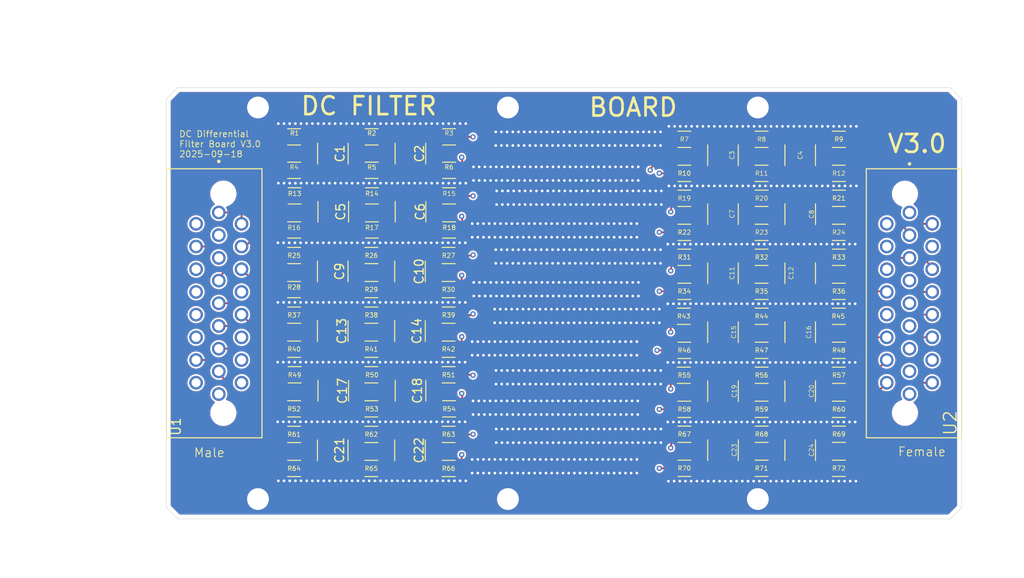
<source format=kicad_pcb>
(kicad_pcb
	(version 20241229)
	(generator "pcbnew")
	(generator_version "9.0")
	(general
		(thickness 1.6)
		(legacy_teardrops no)
	)
	(paper "A4")
	(layers
		(0 "F.Cu" signal)
		(4 "In1.Cu" signal)
		(6 "In2.Cu" signal)
		(2 "B.Cu" signal)
		(9 "F.Adhes" user "F.Adhesive")
		(11 "B.Adhes" user "B.Adhesive")
		(13 "F.Paste" user)
		(15 "B.Paste" user)
		(5 "F.SilkS" user "F.Silkscreen")
		(7 "B.SilkS" user "B.Silkscreen")
		(1 "F.Mask" user)
		(3 "B.Mask" user)
		(17 "Dwgs.User" user "User.Drawings")
		(19 "Cmts.User" user "User.Comments")
		(21 "Eco1.User" user "User.Eco1")
		(23 "Eco2.User" user "User.Eco2")
		(25 "Edge.Cuts" user)
		(27 "Margin" user)
		(31 "F.CrtYd" user "F.Courtyard")
		(29 "B.CrtYd" user "B.Courtyard")
		(35 "F.Fab" user)
		(33 "B.Fab" user)
		(39 "User.1" user)
		(41 "User.2" user)
		(43 "User.3" user)
		(45 "User.4" user)
	)
	(setup
		(stackup
			(layer "F.SilkS"
				(type "Top Silk Screen")
			)
			(layer "F.Paste"
				(type "Top Solder Paste")
			)
			(layer "F.Mask"
				(type "Top Solder Mask")
				(thickness 0.01)
			)
			(layer "F.Cu"
				(type "copper")
				(thickness 0.035)
			)
			(layer "dielectric 1"
				(type "prepreg")
				(thickness 0.1)
				(material "FR4")
				(epsilon_r 4.5)
				(loss_tangent 0.02)
			)
			(layer "In1.Cu"
				(type "copper")
				(thickness 0.035)
			)
			(layer "dielectric 2"
				(type "core")
				(thickness 1.24)
				(material "FR4")
				(epsilon_r 4.5)
				(loss_tangent 0.02)
			)
			(layer "In2.Cu"
				(type "copper")
				(thickness 0.035)
			)
			(layer "dielectric 3"
				(type "prepreg")
				(thickness 0.1)
				(material "FR4")
				(epsilon_r 4.5)
				(loss_tangent 0.02)
			)
			(layer "B.Cu"
				(type "copper")
				(thickness 0.035)
			)
			(layer "B.Mask"
				(type "Bottom Solder Mask")
				(thickness 0.01)
			)
			(layer "B.Paste"
				(type "Bottom Solder Paste")
			)
			(layer "B.SilkS"
				(type "Bottom Silk Screen")
			)
			(copper_finish "None")
			(dielectric_constraints no)
		)
		(pad_to_mask_clearance 0)
		(allow_soldermask_bridges_in_footprints no)
		(tenting front back)
		(pcbplotparams
			(layerselection 0x00000000_00000000_55555555_5755f5ff)
			(plot_on_all_layers_selection 0x00000000_00000000_00000000_00000000)
			(disableapertmacros no)
			(usegerberextensions no)
			(usegerberattributes yes)
			(usegerberadvancedattributes yes)
			(creategerberjobfile yes)
			(dashed_line_dash_ratio 12.000000)
			(dashed_line_gap_ratio 3.000000)
			(svgprecision 4)
			(plotframeref no)
			(mode 1)
			(useauxorigin no)
			(hpglpennumber 1)
			(hpglpenspeed 20)
			(hpglpendiameter 15.000000)
			(pdf_front_fp_property_popups yes)
			(pdf_back_fp_property_popups yes)
			(pdf_metadata yes)
			(pdf_single_document no)
			(dxfpolygonmode yes)
			(dxfimperialunits yes)
			(dxfusepcbnewfont yes)
			(psnegative no)
			(psa4output no)
			(plot_black_and_white yes)
			(sketchpadsonfab no)
			(plotpadnumbers no)
			(hidednponfab no)
			(sketchdnponfab yes)
			(crossoutdnponfab yes)
			(subtractmaskfromsilk no)
			(outputformat 1)
			(mirror no)
			(drillshape 1)
			(scaleselection 1)
			(outputdirectory "")
		)
	)
	(net 0 "")
	(net 1 "Net-(U1-PIN14)")
	(net 2 "Net-(C2-Pad1)")
	(net 3 "Net-(U2-PIN2)")
	(net 4 "Net-(U1-PIN15)")
	(net 5 "Net-(C4-Pad1)")
	(net 6 "Net-(U2-PIN3)")
	(net 7 "Net-(U1-PIN16)")
	(net 8 "Net-(C6-Pad1)")
	(net 9 "Net-(U2-PIN4)")
	(net 10 "Net-(U1-PIN17)")
	(net 11 "Net-(C8-Pad1)")
	(net 12 "Net-(C10-Pad1)")
	(net 13 "Net-(U1-PIN18)")
	(net 14 "Net-(U1-PIN19)")
	(net 15 "Net-(C12-Pad1)")
	(net 16 "Net-(U2-PIN5)")
	(net 17 "Net-(U2-PIN6)")
	(net 18 "Net-(U2-PIN7)")
	(net 19 "Net-(C14-Pad1)")
	(net 20 "Net-(U1-PIN20)")
	(net 21 "Net-(U1-PIN21)")
	(net 22 "Net-(C16-Pad1)")
	(net 23 "Net-(C18-Pad1)")
	(net 24 "Net-(U1-PIN22)")
	(net 25 "Net-(U2-PIN8)")
	(net 26 "Net-(U2-PIN9)")
	(net 27 "Net-(U2-PIN10)")
	(net 28 "Net-(C20-Pad1)")
	(net 29 "Net-(U1-PIN23)")
	(net 30 "Net-(U1-PIN24)")
	(net 31 "Net-(C22-Pad1)")
	(net 32 "Net-(C24-Pad1)")
	(net 33 "Net-(U1-PIN25)")
	(net 34 "Net-(U2-PIN11)")
	(net 35 "Net-(U2-PIN12)")
	(net 36 "Net-(U1-PIN2)")
	(net 37 "Net-(U1-PIN3)")
	(net 38 "Net-(U1-PIN4)")
	(net 39 "Net-(U1-PIN5)")
	(net 40 "Net-(U1-PIN7)")
	(net 41 "Net-(U1-PIN8)")
	(net 42 "Net-(U1-PIN9)")
	(net 43 "Net-(U1-PIN10)")
	(net 44 "Net-(U1-PIN11)")
	(net 45 "Net-(U1-PIN12)")
	(net 46 "Net-(U2-PIN1)")
	(net 47 "Net-(U1-PIN1)")
	(net 48 "unconnected-(U2-PIN13-Pad13)")
	(net 49 "Net-(U1-PIN6)")
	(net 50 "unconnected-(U1-PIN13-Pad13)")
	(net 51 "Net-(C11-Pad1)")
	(net 52 "Net-(C23-Pad1)")
	(net 53 "Net-(C21-Pad1)")
	(net 54 "Net-(C19-Pad1)")
	(net 55 "Net-(C17-Pad1)")
	(net 56 "Net-(C15-Pad1)")
	(net 57 "Net-(C13-Pad1)")
	(net 58 "Net-(C9-Pad1)")
	(net 59 "Net-(C5-Pad1)")
	(net 60 "Net-(C3-Pad1)")
	(net 61 "Net-(C1-Pad1)")
	(net 62 "Net-(C7-Pad1)")
	(net 63 "Net-(C24-Pad2)")
	(net 64 "Net-(U2-PIN25)")
	(net 65 "Net-(C23-Pad2)")
	(net 66 "Net-(U2-PIN24)")
	(net 67 "Net-(C22-Pad2)")
	(net 68 "Net-(C21-Pad2)")
	(net 69 "Net-(U2-PIN23)")
	(net 70 "Net-(C20-Pad2)")
	(net 71 "Net-(C19-Pad2)")
	(net 72 "Net-(U2-PIN22)")
	(net 73 "Net-(C18-Pad2)")
	(net 74 "Net-(C17-Pad2)")
	(net 75 "Net-(C1-Pad2)")
	(net 76 "Net-(C2-Pad2)")
	(net 77 "Net-(U2-PIN14)")
	(net 78 "Net-(C3-Pad2)")
	(net 79 "Net-(C4-Pad2)")
	(net 80 "Net-(U2-PIN15)")
	(net 81 "Net-(C5-Pad2)")
	(net 82 "Net-(C6-Pad2)")
	(net 83 "Net-(U2-PIN16)")
	(net 84 "Net-(C7-Pad2)")
	(net 85 "Net-(C8-Pad2)")
	(net 86 "Net-(U2-PIN17)")
	(net 87 "Net-(C9-Pad2)")
	(net 88 "Net-(C10-Pad2)")
	(net 89 "Net-(U2-PIN18)")
	(net 90 "Net-(C11-Pad2)")
	(net 91 "Net-(C12-Pad2)")
	(net 92 "Net-(U2-PIN19)")
	(net 93 "Net-(C13-Pad2)")
	(net 94 "Net-(C14-Pad2)")
	(net 95 "Net-(U2-PIN20)")
	(net 96 "Net-(C15-Pad2)")
	(net 97 "Net-(C16-Pad2)")
	(net 98 "Net-(U2-PIN21)")
	(net 99 "GND")
	(footprint "Capacitor_SMD:C_1812_4532Metric" (layer "F.Cu") (at 140.97 95.0104 -90))
	(footprint "Resistor_SMD:R_1206_3216Metric" (layer "F.Cu") (at 110.2975 112.9796))
	(footprint "Capacitor_SMD:C_1812_4532Metric" (layer "F.Cu") (at 106.027125 88.23 -90))
	(footprint "Resistor_SMD:R_1206_3216Metric" (layer "F.Cu") (at 93.0255 106.3072))
	(footprint "Resistor_SMD:R_1206_3216Metric" (layer "F.Cu") (at 153.924 93.2324 180))
	(footprint "Resistor_SMD:R_1206_3216Metric" (layer "F.Cu") (at 153.924 106.4332 180))
	(footprint "Resistor_SMD:R_1206_3216Metric" (layer "F.Cu") (at 153.924 103.6428))
	(footprint "Resistor_SMD:R_1206_3216Metric" (layer "F.Cu") (at 101.6615 119.652))
	(footprint "Resistor_SMD:R_1206_3216Metric" (layer "F.Cu") (at 145.288 113.0336 180))
	(footprint "Resistor_SMD:R_1206_3216Metric" (layer "F.Cu") (at 145.288 103.6428))
	(footprint "Resistor_SMD:R_1206_3216Metric" (layer "F.Cu") (at 110.361 86.36))
	(footprint "Resistor_SMD:R_1206_3216Metric" (layer "F.Cu") (at 145.288 123.444))
	(footprint "Resistor_SMD:R_1206_3216Metric" (layer "F.Cu") (at 136.5905 113.0336))
	(footprint "Resistor_SMD:R_1206_3216Metric" (layer "F.Cu") (at 145.288 93.2324 180))
	(footprint "Resistor_SMD:R_1206_3216Metric" (layer "F.Cu") (at 110.359 92.9624))
	(footprint "IMPORTED:BEL_DCCM25PCBR" (layer "F.Cu") (at 78.7654 104.978 90))
	(footprint "Resistor_SMD:R_1206_3216Metric" (layer "F.Cu") (at 93.0255 90.1))
	(footprint "Resistor_SMD:R_1206_3216Metric" (layer "F.Cu") (at 145.288 110.2432))
	(footprint "Resistor_SMD:R_1206_3216Metric" (layer "F.Cu") (at 93.0255 99.6348))
	(footprint "Capacitor_SMD:C_1812_4532Metric" (layer "F.Cu") (at 149.606 88.41 -90))
	(footprint "Resistor_SMD:R_1206_3216Metric" (layer "F.Cu") (at 136.652 86.632))
	(footprint "IMPORTED:BEL_M83513_13-D01NP" (layer "F.Cu") (at 167.6654 104.978 -90))
	(footprint "Resistor_SMD:R_1206_3216Metric" (layer "F.Cu") (at 136.652 97.0424))
	(footprint "Capacitor_SMD:C_1812_4532Metric" (layer "F.Cu") (at 149.606 121.412 -90))
	(footprint "Resistor_SMD:R_1206_3216Metric" (layer "F.Cu") (at 145.288 90.442))
	(footprint "Capacitor_SMD:C_1812_4532Metric" (layer "F.Cu") (at 149.606 95.0104 -90))
	(footprint "Resistor_SMD:R_1206_3216Metric" (layer "F.Cu") (at 110.361 90.1))
	(footprint "Resistor_SMD:R_1206_3216Metric" (layer "F.Cu") (at 136.652 103.6428))
	(footprint "Resistor_SMD:R_1206_3216Metric" (layer "F.Cu") (at 93.0255 103.4448))
	(footprint "Resistor_SMD:R_1206_3216Metric" (layer "F.Cu") (at 110.359 116.7896))
	(footprint "Resistor_SMD:R_1206_3216Metric" (layer "F.Cu") (at 93.0255 123.462))
	(footprint "Resistor_SMD:R_1206_3216Metric" (layer "F.Cu") (at 101.69325 90.1))
	(footprint "Resistor_SMD:R_1206_3216Metric" (layer "F.Cu") (at 153.924 97.0424))
	(footprint "Resistor_SMD:R_1206_3216Metric" (layer "F.Cu") (at 145.288 119.634 180))
	(footprint "Capacitor_SMD:C_1812_4532Metric" (layer "F.Cu") (at 106.041 114.7576 -90))
	(footprint "Resistor_SMD:R_1206_3216Metric" (layer "F.Cu") (at 110.2975 110.1172))
	(footprint "Capacitor_SMD:C_1812_4532Metric" (layer "F.Cu") (at 97.3435 108.0852 -90))
	(footprint "Resistor_SMD:R_1206_3216Metric" (layer "F.Cu") (at 110.2975 119.652))
	(footprint "Resistor_SMD:R_1206_3216Metric" (layer "F.Cu") (at 110.2975 103.4448))
	(footprint "Resistor_SMD:R_1206_3216Metric" (layer "F.Cu") (at 101.6615 116.7896))
	(footprint "Resistor_SMD:R_1206_3216Metric" (layer "F.Cu") (at 145.288 99.8328 180))
	(footprint "Capacitor_SMD:C_1812_4532Metric" (layer "F.Cu") (at 140.97 101.6108 -90))
	(footprint "Resistor_SMD:R_1206_3216Metric" (layer "F.Cu") (at 93.087 92.9624))
	(footprint "Resistor_SMD:R_1206_3216Metric"
		(layer "F.Cu")
		(uuid "6ffb9a79-6408-41b5-99e3-6051cf327173")
		(at 153.924 123.444)
		(descr "Resistor SMD 1206 (3216 Metric), square (rectangular) end terminal, IPC-7351 nominal, (Body size source: IPC-SM-782 page 72, https://www.pcb-3d.com/wordpress/wp-content/uploads/ipc-sm-782a_amendment_1_and_2.pdf), generated with kicad-footprint-generator")
		(tags "resistor")
		(property "Reference" "R72"
			(at 0 0 0)
			(layer "F.SilkS")
			(uuid "cc3fbdb9-609d-40c4-8033-62577cb98c33")
			(effects
				(font
					(size 0.508 0.508)
					(thickness 0.0762)
				)
			)
		)
		(property "Value" "1k"
			(at 0 1.83 0)
			(layer "F.Fab")
			(uuid "3c93d338-4a84-4107-94a8-37861dd37984")
			(effects
				(font
					(size 1 1)
					(thickness 0.15)
				)
			)
		)
		(property "Datasheet" ""
			(at 0 0 0)
			(layer "F.Fab")
			(hide yes)
			(uuid "66fe051d-572f-45ce-9df6-015aadaa67ff")
			(effects
				(font
					(size 1.27 1.27)
					(thickness 0.15)
				)
			)
		)
		(property "Description" "Resistor, US symbol"
			(at 0 0 0)
			(layer "F.Fab")
			(hide yes)
			(uuid "0ae5fcf7-8801-4e8b-a70f-0bf29a742699")
			(effects
				(font
					(size 1.27 1.27)
					(thickness 0.15)
				)
			)
		)
		(property ki_fp_filters "R_*")
		(path "/e472e695-f2a5-4f73-84a0-afab41cfdf4d")
		(sheetname "/")
		(sheetfile "4K_uD_filterboard_V3.kicad_sch")
		(attr smd)
		(fp_line
			(start -0.727064 -0.91)
			(end 0.727064 -0.91)
			(stroke
				(width 0.12)
				(type solid)
			)
			(layer "F.SilkS")
			(uuid "9f1d860c-c3b9-4b44-b439-b57504b051b6")
		)
		(fp_line
			(start -0.727064 0.91)
			(end 0.727064 0.91)
			(stroke
				(width 0.12)
				(type solid)
			)
			(layer "F.SilkS")
			(uuid "661abd0f-59d2-4d51-ad99-732f5365c9db")
		)
		(fp_line
			(start -2.28 -1.13)
			(end 2.28 -1.13)
			(stroke
				(width 0.05)
				(type solid)
			)
			(layer "F.CrtYd")
			(uuid "a1ed380b-2a7e-4b73-832f-8f5eb64fafd3")
		)
		(fp_line
			(start -2.28 1.13)
			(end -2.28 -1.13)
			(stroke
				(width 0.05)
				(type solid)
			)
			(layer "F.CrtYd")
			(uuid "998445a4-45a2-4d92-9d5d-63010c43a7b3")
		)
		(fp_line
			(start 2.28 -1.13)
			(end 2.28 1.13)
			(stroke
				(width 0.05)
				(type solid)
			)
			(layer "F.CrtYd")
			(uuid "bce53835-4b5f-43d5-9975-17f21f60bea6")
		)
		(fp_line
			(start 2.28 1.13)
			(end -2.28 1.13)
			(stroke
				(width 0.05)
				(type solid)
			)
			(layer "F.CrtYd")
			(uuid "2b5b5362-1ba7-41df-86dd-dc3f9f97f1e4")
		)
		(fp_line
			(start -1.6 -0.8)
			(end 1.6 -0.8)
			(stroke
				(width 0.1)
				(type solid)
			)
			(layer "F.Fab")
			(uuid "196ac397-fa1c-4ca9-bccc-fb5884e63c31")
		)
		(fp_line
			(start -1.6 0.8)
			(end -1.6 -0.8)
			(stroke
				(width 0.1)
				(type solid)
			)
			(layer "F.Fab")
			(uuid "27aa2775-85ab-4e7f-9932-864e9548f0f1")
		)
		(fp_line
			(start 1.6 -0.8)
			(end 1.6 0.8)
			(stroke
				(width 0.1)
				(type solid)
			)
			(layer "F.Fab")
			(uuid "854e29e1-9186-4869-b776-1a0f8b9129d6")
		)
		(fp_line
			(start 1.6 0.8)
			(end -1.6 0.8)
			(stroke
				(width 0.1)
				(type solid)
			)
			(layer "F.Fab")
			(uuid "1dea2e3c-4c2e-4ad2-88cb-1fc81a6e65fb")
		)
		(fp_text user "${REFERENCE}"
			(at 0 0 0)
			(layer "F.Fab")
			(uuid "5d7d5005-cda9-46eb-8356-888cedfe465b")
			(effects
				(font
					(size 0.8 0.8)
					(thickness 0.12)
				)
			)
		)
		(pad "1" smd roundrect
			(at -1.4625 0)
			(size 1.125 1.75)
			(layers "F.Cu" "F.Mask" "F.Paste")
			(roundrect_rratio 0.222222)
			(net 63 "Net-(C24-Pad2)")
			(pintype "passive")
			(uuid "04fe896e-cb48-4113-a289-823b2ab42d97")
		)
		(pad "2" smd roundrect
			(at 1.4625 0)
			(size 1.125 1.75)
			(layers "F.Cu" "F.Mask" "F.Paste")
			(roundrect_rratio 0.222222)
			(net 64 "Net-(U2-PIN25)")
			(pintype "passive")
			(uuid "8a4b8f04-9ea4-40c3-9184-41627e991e52")
		)
		(embedded_fonts no)
	
... [1233300 chars truncated]
</source>
